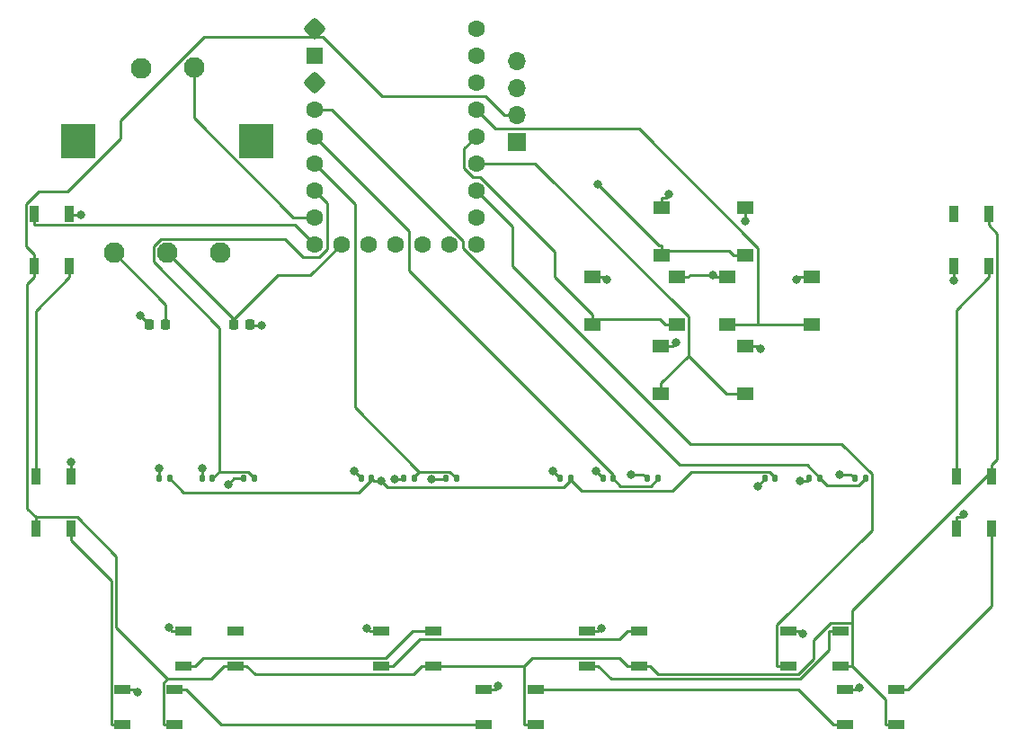
<source format=gtl>
G04 #@! TF.GenerationSoftware,KiCad,Pcbnew,8.0.1*
G04 #@! TF.CreationDate,2024-04-13T19:32:52-07:00*
G04 #@! TF.ProjectId,strellpad,73747265-6c6c-4706-9164-2e6b69636164,rev?*
G04 #@! TF.SameCoordinates,Original*
G04 #@! TF.FileFunction,Copper,L1,Top*
G04 #@! TF.FilePolarity,Positive*
%FSLAX46Y46*%
G04 Gerber Fmt 4.6, Leading zero omitted, Abs format (unit mm)*
G04 Created by KiCad (PCBNEW 8.0.1) date 2024-04-13 19:32:52*
%MOMM*%
%LPD*%
G01*
G04 APERTURE LIST*
G04 Aperture macros list*
%AMRoundRect*
0 Rectangle with rounded corners*
0 $1 Rounding radius*
0 $2 $3 $4 $5 $6 $7 $8 $9 X,Y pos of 4 corners*
0 Add a 4 corners polygon primitive as box body*
4,1,4,$2,$3,$4,$5,$6,$7,$8,$9,$2,$3,0*
0 Add four circle primitives for the rounded corners*
1,1,$1+$1,$2,$3*
1,1,$1+$1,$4,$5*
1,1,$1+$1,$6,$7*
1,1,$1+$1,$8,$9*
0 Add four rect primitives between the rounded corners*
20,1,$1+$1,$2,$3,$4,$5,0*
20,1,$1+$1,$4,$5,$6,$7,0*
20,1,$1+$1,$6,$7,$8,$9,0*
20,1,$1+$1,$8,$9,$2,$3,0*%
G04 Aperture macros list end*
G04 #@! TA.AperFunction,SMDPad,CuDef*
%ADD10RoundRect,0.140000X0.140000X0.170000X-0.140000X0.170000X-0.140000X-0.170000X0.140000X-0.170000X0*%
G04 #@! TD*
G04 #@! TA.AperFunction,SMDPad,CuDef*
%ADD11R,1.500000X0.900000*%
G04 #@! TD*
G04 #@! TA.AperFunction,SMDPad,CuDef*
%ADD12R,0.900000X1.500000*%
G04 #@! TD*
G04 #@! TA.AperFunction,ComponentPad*
%ADD13R,3.216000X3.216000*%
G04 #@! TD*
G04 #@! TA.AperFunction,ComponentPad*
%ADD14C,1.950000*%
G04 #@! TD*
G04 #@! TA.AperFunction,SMDPad,CuDef*
%ADD15RoundRect,0.140000X-0.140000X-0.170000X0.140000X-0.170000X0.140000X0.170000X-0.140000X0.170000X0*%
G04 #@! TD*
G04 #@! TA.AperFunction,SMDPad,CuDef*
%ADD16RoundRect,0.135000X-0.135000X-0.185000X0.135000X-0.185000X0.135000X0.185000X-0.135000X0.185000X0*%
G04 #@! TD*
G04 #@! TA.AperFunction,SMDPad,CuDef*
%ADD17R,1.550000X1.300000*%
G04 #@! TD*
G04 #@! TA.AperFunction,SMDPad,CuDef*
%ADD18RoundRect,0.225000X-0.225000X-0.250000X0.225000X-0.250000X0.225000X0.250000X-0.225000X0.250000X0*%
G04 #@! TD*
G04 #@! TA.AperFunction,ComponentPad*
%ADD19C,1.600000*%
G04 #@! TD*
G04 #@! TA.AperFunction,ComponentPad*
%ADD20R,1.600000X1.600000*%
G04 #@! TD*
G04 #@! TA.AperFunction,ComponentPad*
%ADD21RoundRect,0.300000X0.000000X-0.707107X0.707107X0.000000X0.000000X0.707107X-0.707107X0.000000X0*%
G04 #@! TD*
G04 #@! TA.AperFunction,ComponentPad*
%ADD22R,1.700000X1.700000*%
G04 #@! TD*
G04 #@! TA.AperFunction,ComponentPad*
%ADD23O,1.700000X1.700000*%
G04 #@! TD*
G04 #@! TA.AperFunction,ViaPad*
%ADD24C,0.800000*%
G04 #@! TD*
G04 #@! TA.AperFunction,Conductor*
%ADD25C,0.250000*%
G04 #@! TD*
G04 APERTURE END LIST*
D10*
X140740000Y-132500000D03*
X139780000Y-132500000D03*
D11*
X171450000Y-155650000D03*
X171450000Y-152350000D03*
X166550000Y-152350000D03*
X166550000Y-155650000D03*
D12*
X90195000Y-112450000D03*
X93495000Y-112450000D03*
X93495000Y-107550000D03*
X90195000Y-107550000D03*
D13*
X94350000Y-100750000D03*
X111150000Y-100750000D03*
D14*
X97750000Y-111250000D03*
X102750000Y-111250000D03*
X107750000Y-111250000D03*
X100250000Y-93850000D03*
X105250000Y-93750000D03*
D11*
X147160000Y-150150000D03*
X147160000Y-146850000D03*
X142260000Y-146850000D03*
X142260000Y-150150000D03*
D15*
X106020000Y-132500000D03*
X106980000Y-132500000D03*
D11*
X103450000Y-155650000D03*
X103450000Y-152350000D03*
X98550000Y-152350000D03*
X98550000Y-155650000D03*
D15*
X163240000Y-132500000D03*
X164200000Y-132500000D03*
D10*
X102980000Y-132500000D03*
X102020000Y-132500000D03*
D12*
X180150000Y-107550000D03*
X176850000Y-107550000D03*
X176850000Y-112450000D03*
X180150000Y-112450000D03*
D15*
X125030000Y-132500000D03*
X125990000Y-132500000D03*
D12*
X180360000Y-132300000D03*
X177060000Y-132300000D03*
X177060000Y-137200000D03*
X180360000Y-137200000D03*
D16*
X109980000Y-132500000D03*
X111000000Y-132500000D03*
X128970000Y-132500000D03*
X129990000Y-132500000D03*
D17*
X155500000Y-113500000D03*
X163450000Y-113500000D03*
X155500000Y-118000000D03*
X163450000Y-118000000D03*
D11*
X109160000Y-150150000D03*
X109160000Y-146850000D03*
X104260000Y-146850000D03*
X104260000Y-150150000D03*
D17*
X149250000Y-120000000D03*
X157200000Y-120000000D03*
X149250000Y-124500000D03*
X157200000Y-124500000D03*
D18*
X109000000Y-118000000D03*
X110550000Y-118000000D03*
D11*
X166160000Y-150150000D03*
X166160000Y-146850000D03*
X161260000Y-146850000D03*
X161260000Y-150150000D03*
D10*
X159990000Y-132500000D03*
X159030000Y-132500000D03*
D15*
X143780000Y-132500000D03*
X144740000Y-132500000D03*
D19*
X131830000Y-90090000D03*
X131830000Y-92630000D03*
X131830000Y-95170000D03*
X131830000Y-97710000D03*
X131830000Y-100250000D03*
X131830000Y-102790000D03*
X131830000Y-105330000D03*
X131830000Y-107870000D03*
X131830000Y-110410000D03*
X129290000Y-110410000D03*
X126750000Y-110410000D03*
X124210000Y-110410000D03*
X121670000Y-110410000D03*
X119130000Y-110410000D03*
X116590000Y-110410000D03*
X116590000Y-107870000D03*
X116590000Y-105330000D03*
X116590000Y-102790000D03*
X116590000Y-100250000D03*
X116590000Y-97710000D03*
D20*
X116590000Y-92630000D03*
D21*
X116590000Y-95170000D03*
X116590000Y-90090000D03*
D10*
X121990000Y-132500000D03*
X121030000Y-132500000D03*
D11*
X127825000Y-150150000D03*
X127825000Y-146850000D03*
X122925000Y-146850000D03*
X122925000Y-150150000D03*
D22*
X135710000Y-100810000D03*
D23*
X135710000Y-98270000D03*
X135710000Y-95730000D03*
X135710000Y-93190000D03*
D11*
X137450000Y-155650000D03*
X137450000Y-152350000D03*
X132550000Y-152350000D03*
X132550000Y-155650000D03*
D16*
X147970000Y-132500000D03*
X148990000Y-132500000D03*
X167480000Y-132500000D03*
X168500000Y-132500000D03*
D17*
X149275000Y-107000000D03*
X157225000Y-107000000D03*
X149275000Y-111500000D03*
X157225000Y-111500000D03*
D18*
X101050000Y-118000000D03*
X102600000Y-118000000D03*
D12*
X90350000Y-137200000D03*
X93650000Y-137200000D03*
X93650000Y-132300000D03*
X90350000Y-132300000D03*
D17*
X142775000Y-113500000D03*
X150725000Y-113500000D03*
X142775000Y-118000000D03*
X150725000Y-118000000D03*
D24*
X143291600Y-104740700D03*
X122894700Y-132705000D03*
X166089800Y-132089700D03*
X146414800Y-132089700D03*
X127634000Y-132564500D03*
X108518900Y-133034900D03*
X100213000Y-117163000D03*
X150658000Y-119693700D03*
X154108400Y-113355000D03*
X177785700Y-135847700D03*
X124140600Y-132559600D03*
X139097100Y-131817100D03*
X94603800Y-107665500D03*
X102884100Y-146550800D03*
X111604300Y-118072200D03*
X120342000Y-131812000D03*
X121559600Y-146561300D03*
X143620000Y-146566700D03*
X144162000Y-113725900D03*
X149998600Y-105730000D03*
X157225000Y-108258100D03*
X158348000Y-133182000D03*
X162628900Y-147142200D03*
X167940500Y-152210400D03*
X93650000Y-130934800D03*
X106020000Y-131538100D03*
X158598100Y-120296400D03*
X162313600Y-132692400D03*
X176850000Y-113821000D03*
X133927100Y-152049600D03*
X143097700Y-131817700D03*
X102020000Y-131541800D03*
X162051400Y-113725900D03*
X99917100Y-152640400D03*
D25*
X177060000Y-116616700D02*
X180150000Y-113526700D01*
X177060000Y-132300000D02*
X177060000Y-116616700D01*
X180150000Y-112450000D02*
X180150000Y-113526700D01*
X180360000Y-144516700D02*
X172526700Y-152350000D01*
X180360000Y-137200000D02*
X180360000Y-144516700D01*
X171450000Y-152350000D02*
X172526700Y-152350000D01*
X166160000Y-146850000D02*
X165083300Y-146850000D01*
X142260000Y-150150000D02*
X143336700Y-150150000D01*
X165083300Y-148667100D02*
X165083300Y-146850000D01*
X162372000Y-151378400D02*
X165083300Y-148667100D01*
X144565100Y-151378400D02*
X162372000Y-151378400D01*
X143336700Y-150150000D02*
X144565100Y-151378400D01*
X145306600Y-147626700D02*
X146083300Y-146850000D01*
X126525000Y-147626700D02*
X145306600Y-147626700D01*
X124001700Y-150150000D02*
X126525000Y-147626700D01*
X122925000Y-150150000D02*
X124001700Y-150150000D01*
X147160000Y-146850000D02*
X146083300Y-146850000D01*
X162173300Y-152350000D02*
X165473300Y-155650000D01*
X137450000Y-152350000D02*
X162173300Y-152350000D01*
X166550000Y-155650000D02*
X165473300Y-155650000D01*
X106113400Y-149373300D02*
X105336700Y-150150000D01*
X123356200Y-149373300D02*
X106113400Y-149373300D01*
X125879500Y-146850000D02*
X123356200Y-149373300D01*
X127825000Y-146850000D02*
X125879500Y-146850000D01*
X104260000Y-150150000D02*
X105336700Y-150150000D01*
X107826700Y-155650000D02*
X104526700Y-152350000D01*
X132550000Y-155650000D02*
X107826700Y-155650000D01*
X103450000Y-152350000D02*
X104526700Y-152350000D01*
X93650000Y-137200000D02*
X93650000Y-138276700D01*
X98550000Y-155650000D02*
X97473300Y-155650000D01*
X97473300Y-142100000D02*
X97473300Y-155650000D01*
X93650000Y-138276700D02*
X97473300Y-142100000D01*
X114806700Y-108626700D02*
X90195000Y-108626700D01*
X116590000Y-110410000D02*
X114806700Y-108626700D01*
X90195000Y-107550000D02*
X90195000Y-108626700D01*
X90350000Y-116671700D02*
X93495000Y-113526700D01*
X90350000Y-132300000D02*
X90350000Y-116671700D01*
X93495000Y-112450000D02*
X93495000Y-113526700D01*
X149250000Y-124500000D02*
X149250000Y-123523300D01*
X155418700Y-124500000D02*
X151846000Y-120927300D01*
X157200000Y-124500000D02*
X155418700Y-124500000D01*
X151846000Y-117221200D02*
X151846000Y-120927300D01*
X137414800Y-102790000D02*
X151846000Y-117221200D01*
X131830000Y-102790000D02*
X137414800Y-102790000D01*
X151846000Y-120927300D02*
X149250000Y-123523300D01*
X133660100Y-99540100D02*
X131830000Y-97710000D01*
X147169700Y-99540100D02*
X133660100Y-99540100D01*
X158398400Y-110768800D02*
X147169700Y-99540100D01*
X158398400Y-118000000D02*
X158398400Y-110768800D01*
X163450000Y-118000000D02*
X158398400Y-118000000D01*
X158398400Y-118000000D02*
X155500000Y-118000000D01*
X139250200Y-113498500D02*
X142775000Y-117023300D01*
X139250200Y-111093700D02*
X139250200Y-113498500D01*
X132216500Y-104060000D02*
X139250200Y-111093700D01*
X131493900Y-104060000D02*
X132216500Y-104060000D01*
X130679700Y-103245800D02*
X131493900Y-104060000D01*
X130679700Y-101400300D02*
X130679700Y-103245800D01*
X131830000Y-100250000D02*
X130679700Y-101400300D01*
X142775000Y-118000000D02*
X142775000Y-117511600D01*
X142775000Y-117511600D02*
X142775000Y-117023300D01*
X149134900Y-117511600D02*
X149623300Y-118000000D01*
X142775000Y-117511600D02*
X149134900Y-117511600D01*
X150725000Y-118000000D02*
X149623300Y-118000000D01*
X149074200Y-110523300D02*
X149275000Y-110523300D01*
X143291600Y-104740700D02*
X149074200Y-110523300D01*
X149275000Y-111500000D02*
X149275000Y-111011600D01*
X149275000Y-111011600D02*
X149275000Y-110523300D01*
X155634900Y-111011600D02*
X156123300Y-111500000D01*
X149275000Y-111011600D02*
X155634900Y-111011600D01*
X157225000Y-111500000D02*
X156123300Y-111500000D01*
X161260000Y-150150000D02*
X160183300Y-150150000D01*
X135296100Y-108796100D02*
X131830000Y-105330000D01*
X135296100Y-112463300D02*
X135296100Y-108796100D01*
X152061600Y-129228800D02*
X135296100Y-112463300D01*
X166270700Y-129228800D02*
X152061600Y-129228800D01*
X169112200Y-132070300D02*
X166270700Y-129228800D01*
X169112200Y-137335700D02*
X169112200Y-132070300D01*
X160183300Y-146264600D02*
X169112200Y-137335700D01*
X160183300Y-150150000D02*
X160183300Y-146264600D01*
X141806100Y-133677800D02*
X140740000Y-132611700D01*
X150293900Y-133677800D02*
X141806100Y-133677800D01*
X152122300Y-131849400D02*
X150293900Y-133677800D01*
X159480600Y-131849400D02*
X152122300Y-131849400D01*
X159990000Y-132358800D02*
X159480600Y-131849400D01*
X159990000Y-132500000D02*
X159990000Y-132358800D01*
X140054200Y-133297500D02*
X140740000Y-132611700D01*
X123487200Y-133297500D02*
X140054200Y-133297500D01*
X122894700Y-132705000D02*
X123487200Y-133297500D01*
X140740000Y-132611700D02*
X140740000Y-132500000D01*
X120818300Y-133774200D02*
X122041300Y-132551200D01*
X104254200Y-133774200D02*
X120818300Y-133774200D01*
X102980000Y-132500000D02*
X104254200Y-133774200D01*
X121990000Y-132500000D02*
X122041300Y-132551200D01*
X122195000Y-132705000D02*
X122894700Y-132705000D01*
X122041300Y-132551200D02*
X122195000Y-132705000D01*
X105250000Y-98538800D02*
X105250000Y-93750000D01*
X114581200Y-107870000D02*
X105250000Y-98538800D01*
X116590000Y-107870000D02*
X114581200Y-107870000D01*
X109000400Y-117999600D02*
X109000000Y-118000000D01*
X109000400Y-117500400D02*
X109000400Y-117999600D01*
X109000400Y-117500400D02*
X102750000Y-111250000D01*
X116215900Y-113324100D02*
X119130000Y-110410000D01*
X113176700Y-113324100D02*
X116215900Y-113324100D01*
X109000400Y-117500400D02*
X113176700Y-113324100D01*
X102600000Y-116100000D02*
X102600000Y-118000000D01*
X97750000Y-111250000D02*
X102600000Y-116100000D01*
X180926700Y-130656600D02*
X180360000Y-131223300D01*
X180926700Y-109403400D02*
X180926700Y-130656600D01*
X180150000Y-108626700D02*
X180926700Y-109403400D01*
X180150000Y-107550000D02*
X180150000Y-108626700D01*
X90350000Y-137200000D02*
X90350000Y-136123300D01*
X90195000Y-112450000D02*
X90195000Y-113526700D01*
X127825000Y-150150000D02*
X128901700Y-150150000D01*
X147160000Y-150150000D02*
X146083300Y-150150000D01*
X135710000Y-98270000D02*
X134533300Y-98270000D01*
X128901700Y-150150000D02*
X136373300Y-150150000D01*
X136373300Y-155650000D02*
X136373300Y-150150000D01*
X180360000Y-132300000D02*
X180360000Y-131761600D01*
X180360000Y-131761600D02*
X180360000Y-131223300D01*
X171450000Y-155650000D02*
X170373300Y-155650000D01*
X137150000Y-149373300D02*
X136373300Y-150150000D01*
X145306600Y-149373300D02*
X137150000Y-149373300D01*
X146083300Y-150150000D02*
X145306600Y-149373300D01*
X137450000Y-155650000D02*
X136373300Y-155650000D01*
X149013400Y-150926700D02*
X148236700Y-150150000D01*
X162184900Y-150926700D02*
X149013400Y-150926700D01*
X163591600Y-149520000D02*
X162184900Y-150926700D01*
X163591600Y-147680900D02*
X163591600Y-149520000D01*
X165199700Y-146072800D02*
X163591600Y-147680900D01*
X167236700Y-146072800D02*
X165199700Y-146072800D01*
X167236700Y-144884900D02*
X167236700Y-146072800D01*
X180360000Y-131761600D02*
X167236700Y-144884900D01*
X147160000Y-150150000D02*
X148236700Y-150150000D01*
X167236700Y-146072800D02*
X167236700Y-150150000D01*
X166160000Y-150150000D02*
X167236700Y-150150000D01*
X170373300Y-153286600D02*
X170373300Y-155650000D01*
X167236700Y-150150000D02*
X170373300Y-153286600D01*
X90195000Y-112450000D02*
X90195000Y-111373300D01*
X116590000Y-90910000D02*
X116590000Y-90090000D01*
X117410000Y-90910000D02*
X116590000Y-90910000D01*
X122940000Y-96440000D02*
X117410000Y-90910000D01*
X132703300Y-96440000D02*
X122940000Y-96440000D01*
X134533300Y-98270000D02*
X132703300Y-96440000D01*
X89418300Y-110596600D02*
X90195000Y-111373300D01*
X89418300Y-106659600D02*
X89418300Y-110596600D01*
X90598300Y-105479600D02*
X89418300Y-106659600D01*
X93356900Y-105479600D02*
X90598300Y-105479600D01*
X98340300Y-100496200D02*
X93356900Y-105479600D01*
X98340300Y-98795200D02*
X98340300Y-100496200D01*
X106225500Y-90910000D02*
X98340300Y-98795200D01*
X116590000Y-90910000D02*
X106225500Y-90910000D01*
X89573300Y-135346600D02*
X90350000Y-136123300D01*
X89573300Y-114148400D02*
X89573300Y-135346600D01*
X90195000Y-113526700D02*
X89573300Y-114148400D01*
X103450000Y-155650000D02*
X102373300Y-155650000D01*
X125971600Y-150926700D02*
X126748300Y-150150000D01*
X111013400Y-150926700D02*
X125971600Y-150926700D01*
X110236700Y-150150000D02*
X111013400Y-150926700D01*
X109160000Y-150150000D02*
X110236700Y-150150000D01*
X127825000Y-150150000D02*
X126748300Y-150150000D01*
X102373300Y-151738400D02*
X102779200Y-151332500D01*
X102373300Y-155650000D02*
X102373300Y-151738400D01*
X94248100Y-136123300D02*
X90350000Y-136123300D01*
X97933000Y-139808200D02*
X94248100Y-136123300D01*
X97933000Y-146486300D02*
X97933000Y-139808200D01*
X102779200Y-151332500D02*
X97933000Y-146486300D01*
X106900800Y-151332500D02*
X108083300Y-150150000D01*
X102779200Y-151332500D02*
X106900800Y-151332500D01*
X109160000Y-150150000D02*
X108083300Y-150150000D01*
X167069700Y-132089700D02*
X167480000Y-132500000D01*
X166089800Y-132089700D02*
X167069700Y-132089700D01*
X147559700Y-132089700D02*
X147970000Y-132500000D01*
X146414800Y-132089700D02*
X147559700Y-132089700D01*
X128905500Y-132564500D02*
X128970000Y-132500000D01*
X127634000Y-132564500D02*
X128905500Y-132564500D01*
X109053800Y-132500000D02*
X108518900Y-133034900D01*
X109980000Y-132500000D02*
X109053800Y-132500000D01*
X164200000Y-132420200D02*
X164200000Y-132500000D01*
X163005200Y-131225400D02*
X164200000Y-132420200D01*
X151028200Y-131225400D02*
X163005200Y-131225400D01*
X130560000Y-110757200D02*
X151028200Y-131225400D01*
X130560000Y-110066700D02*
X130560000Y-110757200D01*
X118203300Y-97710000D02*
X130560000Y-110066700D01*
X116590000Y-97710000D02*
X118203300Y-97710000D01*
X164850200Y-133150200D02*
X164200000Y-132500000D01*
X167849800Y-133150200D02*
X164850200Y-133150200D01*
X168500000Y-132500000D02*
X167849800Y-133150200D01*
X144740000Y-132130200D02*
X144740000Y-132500000D01*
X125480000Y-112870200D02*
X144740000Y-132130200D01*
X125480000Y-109140000D02*
X125480000Y-112870200D01*
X116590000Y-100250000D02*
X125480000Y-109140000D01*
X148303400Y-133186600D02*
X148990000Y-132500000D01*
X145426600Y-133186600D02*
X148303400Y-133186600D01*
X144740000Y-132500000D02*
X145426600Y-133186600D01*
X120400000Y-125794000D02*
X126440400Y-131834400D01*
X120400000Y-106600000D02*
X120400000Y-125794000D01*
X116590000Y-102790000D02*
X120400000Y-106600000D01*
X129324400Y-131834400D02*
X126440400Y-131834400D01*
X129990000Y-132500000D02*
X129324400Y-131834400D01*
X125990000Y-132284800D02*
X125990000Y-132500000D01*
X126440400Y-131834400D02*
X125990000Y-132284800D01*
X117780600Y-106520600D02*
X116590000Y-105330000D01*
X117780600Y-110888700D02*
X117780600Y-106520600D01*
X117043100Y-111626200D02*
X117780600Y-110888700D01*
X115568100Y-111626200D02*
X117043100Y-111626200D01*
X113855100Y-109913200D02*
X115568100Y-111626200D01*
X102159800Y-109913200D02*
X113855100Y-109913200D01*
X101440900Y-110632100D02*
X102159800Y-109913200D01*
X101440900Y-112090800D02*
X101440900Y-110632100D01*
X107652300Y-118302200D02*
X101440900Y-112090800D01*
X107652300Y-131827700D02*
X107652300Y-118302200D01*
X110327700Y-131827700D02*
X107652300Y-131827700D01*
X111000000Y-132500000D02*
X110327700Y-131827700D01*
X107652300Y-131827700D02*
X106980000Y-132500000D01*
X100213000Y-117163000D02*
X101050000Y-118000000D01*
X149250000Y-120000000D02*
X150351700Y-120000000D01*
X150658000Y-119693700D02*
X150351700Y-120000000D01*
X155500000Y-113500000D02*
X154398300Y-113500000D01*
X177060000Y-137200000D02*
X177060000Y-136123300D01*
X177510100Y-136123300D02*
X177060000Y-136123300D01*
X177785700Y-135847700D02*
X177510100Y-136123300D01*
X124970400Y-132559600D02*
X125030000Y-132500000D01*
X124140600Y-132559600D02*
X124970400Y-132559600D01*
X139097100Y-131817100D02*
X139780000Y-132500000D01*
X93610500Y-107665500D02*
X93495000Y-107550000D01*
X94603800Y-107665500D02*
X93610500Y-107665500D01*
X104260000Y-146850000D02*
X103183300Y-146850000D01*
X103183300Y-146850000D02*
X102884100Y-146550800D01*
X110622200Y-118072200D02*
X110550000Y-118000000D01*
X111604300Y-118072200D02*
X110622200Y-118072200D01*
X121030000Y-132500000D02*
X120342000Y-131812000D01*
X122925000Y-146850000D02*
X121848300Y-146850000D01*
X121848300Y-146850000D02*
X121559600Y-146561300D01*
X142260000Y-146850000D02*
X143336700Y-146850000D01*
X143336700Y-146850000D02*
X143620000Y-146566700D01*
X142775000Y-113500000D02*
X143876700Y-113500000D01*
X144102600Y-113725900D02*
X143876700Y-113500000D01*
X144162000Y-113725900D02*
X144102600Y-113725900D01*
X149275000Y-107000000D02*
X149275000Y-106023300D01*
X149705300Y-106023300D02*
X149275000Y-106023300D01*
X149998600Y-105730000D02*
X149705300Y-106023300D01*
X150725000Y-113500000D02*
X151826700Y-113500000D01*
X154253300Y-113355000D02*
X154108400Y-113355000D01*
X154398300Y-113500000D02*
X154253300Y-113355000D01*
X151971700Y-113355000D02*
X151826700Y-113500000D01*
X154108400Y-113355000D02*
X151971700Y-113355000D01*
X157225000Y-108258100D02*
X157225000Y-107000000D01*
X159030000Y-132500000D02*
X158348000Y-133182000D01*
X161260000Y-146850000D02*
X162336700Y-146850000D01*
X162628900Y-147142200D02*
X162336700Y-146850000D01*
X167766300Y-152210400D02*
X167626700Y-152350000D01*
X167940500Y-152210400D02*
X167766300Y-152210400D01*
X166550000Y-152350000D02*
X167626700Y-152350000D01*
X93650000Y-132300000D02*
X93650000Y-130934800D01*
X106020000Y-131538100D02*
X106020000Y-132500000D01*
X157200000Y-120000000D02*
X158301700Y-120000000D01*
X158598100Y-120296400D02*
X158301700Y-120000000D01*
X163047600Y-132692400D02*
X163240000Y-132500000D01*
X162313600Y-132692400D02*
X163047600Y-132692400D01*
X176850000Y-112450000D02*
X176850000Y-113821000D01*
X132550000Y-152350000D02*
X133626700Y-152350000D01*
X133927100Y-152049600D02*
X133626700Y-152350000D01*
X143780000Y-132500000D02*
X143097700Y-131817700D01*
X102020000Y-131541800D02*
X102020000Y-132500000D01*
X163450000Y-113500000D02*
X162348300Y-113500000D01*
X162122400Y-113725900D02*
X162348300Y-113500000D01*
X162051400Y-113725900D02*
X162122400Y-113725900D01*
X98550000Y-152350000D02*
X99626700Y-152350000D01*
X99917100Y-152640400D02*
X99626700Y-152350000D01*
M02*

</source>
